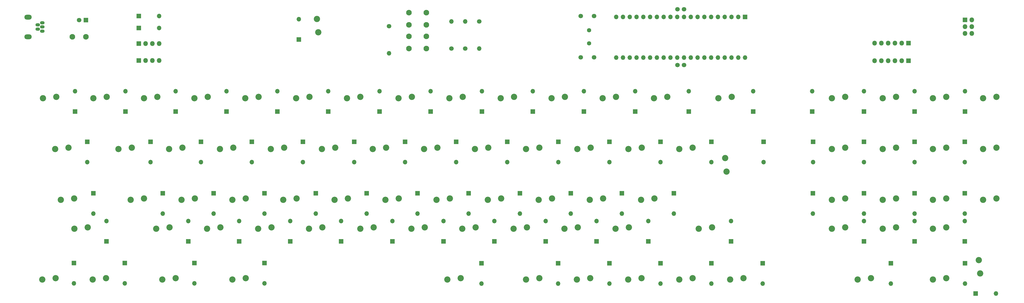
<source format=gbs>
%TF.GenerationSoftware,KiCad,Pcbnew,(5.1.6)-1*%
%TF.CreationDate,2020-05-26T23:46:38+02:00*%
%TF.ProjectId,m0116_usb,6d303131-365f-4757-9362-2e6b69636164,rev?*%
%TF.SameCoordinates,Original*%
%TF.FileFunction,Soldermask,Bot*%
%TF.FilePolarity,Negative*%
%FSLAX46Y46*%
G04 Gerber Fmt 4.6, Leading zero omitted, Abs format (unit mm)*
G04 Created by KiCad (PCBNEW (5.1.6)-1) date 2020-05-26 23:46:38*
%MOMM*%
%LPD*%
G01*
G04 APERTURE LIST*
%ADD10O,1.800000X1.800000*%
%ADD11R,1.800000X1.800000*%
%ADD12C,2.350000*%
%ADD13C,1.700000*%
%ADD14R,1.700000X1.700000*%
%ADD15O,1.700000X1.700000*%
%ADD16C,1.600000*%
%ADD17C,2.100000*%
%ADD18O,1.750000X1.200000*%
%ADD19O,2.800000X1.800000*%
G04 APERTURE END LIST*
D10*
%TO.C,J6*%
X343408000Y-92964000D03*
X345948000Y-92964000D03*
X348488000Y-92964000D03*
X351028000Y-92964000D03*
X353568000Y-92964000D03*
D11*
X356108000Y-92964000D03*
%TD*%
D10*
%TO.C,J5*%
X343408000Y-86360000D03*
X345948000Y-86360000D03*
X348488000Y-86360000D03*
X351028000Y-86360000D03*
X353568000Y-86360000D03*
D11*
X356108000Y-86360000D03*
%TD*%
D10*
%TO.C,J1*%
X379857000Y-82677000D03*
X377317000Y-82677000D03*
X379857000Y-80137000D03*
X377317000Y-80137000D03*
X379857000Y-77597000D03*
D11*
X377317000Y-77597000D03*
%TD*%
D12*
%TO.C,MX14*%
X289901000Y-106489000D03*
X284901000Y-106989000D03*
%TD*%
D13*
%TO.C,C1*%
X233379000Y-76200000D03*
X238379000Y-76200000D03*
%TD*%
D12*
%TO.C,MX1*%
X36917000Y-106489000D03*
X31917000Y-106989000D03*
%TD*%
D14*
%TO.C,D3*%
X43942000Y-112014000D03*
D15*
X43942000Y-104394000D03*
%TD*%
D10*
%TO.C,J4*%
X75438000Y-86487000D03*
X72898000Y-86487000D03*
X70358000Y-86487000D03*
D11*
X67818000Y-86487000D03*
%TD*%
D13*
%TO.C,R3*%
X190119000Y-88392000D03*
D15*
X190119000Y-78232000D03*
%TD*%
D10*
%TO.C,J3*%
X75438000Y-92837000D03*
X72898000Y-92837000D03*
X70358000Y-92837000D03*
D11*
X67818000Y-92837000D03*
%TD*%
D15*
%TO.C,D1*%
X75438000Y-80645000D03*
D14*
X67818000Y-80645000D03*
%TD*%
D15*
%TO.C,D2*%
X75438000Y-76136500D03*
D14*
X67818000Y-76136500D03*
%TD*%
D12*
%TO.C,MX62*%
X227243000Y-155893000D03*
X232243000Y-155393000D03*
%TD*%
%TO.C,MX64*%
X277535000Y-155893000D03*
X282535000Y-155393000D03*
%TD*%
D15*
%TO.C,D18*%
X339471000Y-104394000D03*
D14*
X339471000Y-112014000D03*
%TD*%
D12*
%TO.C,MX3*%
X74763000Y-106489000D03*
X69763000Y-106989000D03*
%TD*%
%TO.C,MX81*%
X135065000Y-82256000D03*
X134565000Y-77256000D03*
%TD*%
%TO.C,MX80*%
X382969000Y-172680000D03*
X382469000Y-167680000D03*
%TD*%
%TO.C,MX79*%
X365292000Y-174943000D03*
X370292000Y-174443000D03*
%TD*%
%TO.C,MX78*%
X337098000Y-174943000D03*
X342098000Y-174443000D03*
%TD*%
%TO.C,MX77*%
X289346000Y-174943000D03*
X294346000Y-174443000D03*
%TD*%
%TO.C,MX76*%
X270296000Y-174943000D03*
X275296000Y-174443000D03*
%TD*%
%TO.C,MX75*%
X251119000Y-174943000D03*
X256119000Y-174443000D03*
%TD*%
%TO.C,MX74*%
X231942000Y-174943000D03*
X236942000Y-174443000D03*
%TD*%
%TO.C,MX73*%
X212892000Y-174943000D03*
X217892000Y-174443000D03*
%TD*%
%TO.C,MX72*%
X183428000Y-174943000D03*
X188428000Y-174443000D03*
%TD*%
%TO.C,MX71*%
X102910000Y-174943000D03*
X107910000Y-174443000D03*
%TD*%
%TO.C,MX70*%
X76621000Y-174943000D03*
X81621000Y-174443000D03*
%TD*%
%TO.C,MX69*%
X50586000Y-174943000D03*
X55586000Y-174443000D03*
%TD*%
%TO.C,MX68*%
X31663000Y-174943000D03*
X36663000Y-174443000D03*
%TD*%
%TO.C,MX67*%
X365292000Y-155893000D03*
X370292000Y-155393000D03*
%TD*%
%TO.C,MX66*%
X346496000Y-155893000D03*
X351496000Y-155393000D03*
%TD*%
%TO.C,MX65*%
X327446000Y-155893000D03*
X332446000Y-155393000D03*
%TD*%
%TO.C,MX63*%
X246420000Y-155893000D03*
X251420000Y-155393000D03*
%TD*%
%TO.C,MX61*%
X208193000Y-155893000D03*
X213193000Y-155393000D03*
%TD*%
%TO.C,MX60*%
X189016000Y-155893000D03*
X194016000Y-155393000D03*
%TD*%
%TO.C,MX59*%
X169966000Y-155893000D03*
X174966000Y-155393000D03*
%TD*%
%TO.C,MX58*%
X150789000Y-155893000D03*
X155789000Y-155393000D03*
%TD*%
%TO.C,MX57*%
X131612000Y-155893000D03*
X136612000Y-155393000D03*
%TD*%
%TO.C,MX56*%
X112562000Y-155893000D03*
X117562000Y-155393000D03*
%TD*%
%TO.C,MX55*%
X93385000Y-155893000D03*
X98385000Y-155393000D03*
%TD*%
%TO.C,MX54*%
X74335000Y-155893000D03*
X79335000Y-155393000D03*
%TD*%
%TO.C,MX53*%
X43728000Y-155893000D03*
X48728000Y-155393000D03*
%TD*%
%TO.C,MX52*%
X389088000Y-144589000D03*
X384088000Y-145089000D03*
%TD*%
%TO.C,MX51*%
X370292000Y-144589000D03*
X365292000Y-145089000D03*
%TD*%
%TO.C,MX50*%
X351496000Y-144589000D03*
X346496000Y-145089000D03*
%TD*%
%TO.C,MX49*%
X332446000Y-144589000D03*
X327446000Y-145089000D03*
%TD*%
%TO.C,MX48*%
X260945000Y-144589000D03*
X255945000Y-145089000D03*
%TD*%
%TO.C,MX47*%
X241768000Y-144589000D03*
X236768000Y-145089000D03*
%TD*%
%TO.C,MX46*%
X222591000Y-144589000D03*
X217591000Y-145089000D03*
%TD*%
%TO.C,MX45*%
X203541000Y-144589000D03*
X198541000Y-145089000D03*
%TD*%
%TO.C,MX44*%
X184364000Y-144589000D03*
X179364000Y-145089000D03*
%TD*%
%TO.C,MX43*%
X165187000Y-144589000D03*
X160187000Y-145089000D03*
%TD*%
%TO.C,MX42*%
X146137000Y-144589000D03*
X141137000Y-145089000D03*
%TD*%
%TO.C,MX41*%
X126960000Y-144589000D03*
X121960000Y-145089000D03*
%TD*%
%TO.C,MX40*%
X107910000Y-144589000D03*
X102910000Y-145089000D03*
%TD*%
%TO.C,MX39*%
X88860000Y-144589000D03*
X83860000Y-145089000D03*
%TD*%
%TO.C,MX38*%
X69810000Y-144589000D03*
X64810000Y-145089000D03*
%TD*%
%TO.C,MX37*%
X43648000Y-144589000D03*
X38648000Y-145089000D03*
%TD*%
%TO.C,MX36*%
X389088000Y-125539000D03*
X384088000Y-126039000D03*
%TD*%
%TO.C,MX35*%
X370292000Y-125539000D03*
X365292000Y-126039000D03*
%TD*%
%TO.C,MX34*%
X351496000Y-125539000D03*
X346496000Y-126039000D03*
%TD*%
%TO.C,MX33*%
X332446000Y-125539000D03*
X327446000Y-126039000D03*
%TD*%
%TO.C,MX32*%
X287973000Y-134453000D03*
X287473000Y-129453000D03*
%TD*%
%TO.C,MX31*%
X275296000Y-125539000D03*
X270296000Y-126039000D03*
%TD*%
%TO.C,MX30*%
X256246000Y-125539000D03*
X251246000Y-126039000D03*
%TD*%
%TO.C,MX29*%
X237069000Y-125539000D03*
X232069000Y-126039000D03*
%TD*%
%TO.C,MX28*%
X217892000Y-125539000D03*
X212892000Y-126039000D03*
%TD*%
%TO.C,MX27*%
X198715000Y-125539000D03*
X193715000Y-126039000D03*
%TD*%
%TO.C,MX26*%
X179665000Y-125539000D03*
X174665000Y-126039000D03*
%TD*%
%TO.C,MX25*%
X160488000Y-125539000D03*
X155488000Y-126039000D03*
%TD*%
%TO.C,MX24*%
X141438000Y-125539000D03*
X136438000Y-126039000D03*
%TD*%
%TO.C,MX23*%
X122261000Y-125539000D03*
X117261000Y-126039000D03*
%TD*%
%TO.C,MX22*%
X103211000Y-125539000D03*
X98211000Y-126039000D03*
%TD*%
%TO.C,MX21*%
X84161000Y-125539000D03*
X79161000Y-126039000D03*
%TD*%
%TO.C,MX20*%
X65238000Y-125539000D03*
X60238000Y-126039000D03*
%TD*%
%TO.C,MX19*%
X41489000Y-125539000D03*
X36489000Y-126039000D03*
%TD*%
%TO.C,MX18*%
X389088000Y-106489000D03*
X384088000Y-106989000D03*
%TD*%
%TO.C,MX17*%
X370292000Y-106489000D03*
X365292000Y-106989000D03*
%TD*%
%TO.C,MX16*%
X351496000Y-106489000D03*
X346496000Y-106989000D03*
%TD*%
%TO.C,MX15*%
X332446000Y-106489000D03*
X327446000Y-106989000D03*
%TD*%
%TO.C,MX13*%
X265771000Y-106489000D03*
X260771000Y-106989000D03*
%TD*%
%TO.C,MX12*%
X246594000Y-106489000D03*
X241594000Y-106989000D03*
%TD*%
%TO.C,MX11*%
X227417000Y-106489000D03*
X222417000Y-106989000D03*
%TD*%
%TO.C,MX10*%
X208367000Y-106489000D03*
X203367000Y-106989000D03*
%TD*%
%TO.C,MX9*%
X189190000Y-106489000D03*
X184190000Y-106989000D03*
%TD*%
%TO.C,MX8*%
X170140000Y-106489000D03*
X165140000Y-106989000D03*
%TD*%
%TO.C,MX7*%
X150836000Y-106489000D03*
X145836000Y-106989000D03*
%TD*%
%TO.C,MX6*%
X131786000Y-106489000D03*
X126786000Y-106989000D03*
%TD*%
%TO.C,MX5*%
X112736000Y-106489000D03*
X107736000Y-106989000D03*
%TD*%
%TO.C,MX4*%
X93686000Y-106489000D03*
X88686000Y-106989000D03*
%TD*%
%TO.C,MX2*%
X55840000Y-106489000D03*
X50840000Y-106989000D03*
%TD*%
D16*
%TO.C,Y1*%
X236474000Y-86375900D03*
X236474000Y-81495900D03*
%TD*%
D15*
%TO.C,U1*%
X294944800Y-91744800D03*
X246684800Y-76504800D03*
X292404800Y-91744800D03*
X249224800Y-76504800D03*
X289864800Y-91744800D03*
X251764800Y-76504800D03*
X287324800Y-91744800D03*
X254304800Y-76504800D03*
X284784800Y-91744800D03*
X256844800Y-76504800D03*
X282244800Y-91744800D03*
X259384800Y-76504800D03*
X279704800Y-91744800D03*
X261924800Y-76504800D03*
X277164800Y-91744800D03*
X264464800Y-76504800D03*
X274624800Y-91744800D03*
X267004800Y-76504800D03*
X272084800Y-91744800D03*
X269544800Y-76504800D03*
X269544800Y-91744800D03*
X272084800Y-76504800D03*
X267004800Y-91744800D03*
X274624800Y-76504800D03*
X264464800Y-91744800D03*
X277164800Y-76504800D03*
X261924800Y-91744800D03*
X279704800Y-76504800D03*
X259384800Y-91744800D03*
X282244800Y-76504800D03*
X256844800Y-91744800D03*
X284784800Y-76504800D03*
X254304800Y-91744800D03*
X287324800Y-76504800D03*
X251764800Y-91744800D03*
X289864800Y-76504800D03*
X249224800Y-91744800D03*
X292404800Y-76504800D03*
X246684800Y-91744800D03*
D14*
X294944800Y-76504800D03*
%TD*%
D17*
%TO.C,Reset1*%
X175537000Y-83820000D03*
X175537000Y-88320000D03*
X169037000Y-83820000D03*
X169037000Y-88320000D03*
%TD*%
D15*
%TO.C,R5*%
X195326000Y-88392000D03*
D13*
X195326000Y-78232000D03*
%TD*%
%TO.C,R2*%
X184912000Y-88392000D03*
D15*
X184912000Y-78232000D03*
%TD*%
%TO.C,R1*%
X161544000Y-90170000D03*
D13*
X161544000Y-80010000D03*
%TD*%
D18*
%TO.C,J2*%
X31688000Y-78664000D03*
X29988000Y-79464000D03*
X31688000Y-80264000D03*
X29988000Y-81064000D03*
X31688000Y-81864000D03*
D19*
X26388000Y-76614000D03*
X26388000Y-83914000D03*
%TD*%
D17*
%TO.C,F1*%
X42926000Y-83937000D03*
X48006000Y-83947000D03*
%TD*%
D15*
%TO.C,D84*%
X127762000Y-77343000D03*
D14*
X127762000Y-84963000D03*
%TD*%
D15*
%TO.C,D83*%
X388874000Y-180213000D03*
D14*
X381254000Y-180213000D03*
%TD*%
D15*
%TO.C,D81*%
X377317000Y-176530000D03*
D14*
X377317000Y-168910000D03*
%TD*%
D15*
%TO.C,D80*%
X349504000Y-176530000D03*
D14*
X349504000Y-168910000D03*
%TD*%
D15*
%TO.C,D79*%
X301498000Y-176530000D03*
D14*
X301498000Y-168910000D03*
%TD*%
D15*
%TO.C,D78*%
X282321000Y-176530000D03*
D14*
X282321000Y-168910000D03*
%TD*%
D15*
%TO.C,D77*%
X263271000Y-176530000D03*
D14*
X263271000Y-168910000D03*
%TD*%
D15*
%TO.C,D76*%
X244094000Y-176530000D03*
D14*
X244094000Y-168910000D03*
%TD*%
D15*
%TO.C,D75*%
X224917000Y-176530000D03*
D14*
X224917000Y-168910000D03*
%TD*%
D15*
%TO.C,D74*%
X196215000Y-176530000D03*
D14*
X196215000Y-168910000D03*
%TD*%
D15*
%TO.C,D73*%
X114935000Y-176403000D03*
D14*
X114935000Y-168783000D03*
%TD*%
D15*
%TO.C,D72*%
X88646000Y-176403000D03*
D14*
X88646000Y-168783000D03*
%TD*%
D15*
%TO.C,D71*%
X62611000Y-176403000D03*
D14*
X62611000Y-168783000D03*
%TD*%
D15*
%TO.C,D70*%
X43561000Y-176403000D03*
D14*
X43561000Y-168783000D03*
%TD*%
D15*
%TO.C,D69*%
X377190000Y-153035000D03*
D14*
X377190000Y-160655000D03*
%TD*%
D15*
%TO.C,D68*%
X358394000Y-153035000D03*
D14*
X358394000Y-160655000D03*
%TD*%
D15*
%TO.C,D67*%
X339471000Y-153035000D03*
D14*
X339471000Y-160655000D03*
%TD*%
D15*
%TO.C,D66*%
X289687000Y-153035000D03*
D14*
X289687000Y-160655000D03*
%TD*%
D15*
%TO.C,D65*%
X258699000Y-153035000D03*
D14*
X258699000Y-160655000D03*
%TD*%
D15*
%TO.C,D64*%
X239268000Y-153035000D03*
D14*
X239268000Y-160655000D03*
%TD*%
D15*
%TO.C,D63*%
X220218000Y-153035000D03*
D14*
X220218000Y-160655000D03*
%TD*%
D15*
%TO.C,D62*%
X201041000Y-153035000D03*
D14*
X201041000Y-160655000D03*
%TD*%
D15*
%TO.C,D61*%
X181991000Y-153035000D03*
D14*
X181991000Y-160655000D03*
%TD*%
D15*
%TO.C,D60*%
X162814000Y-153035000D03*
D14*
X162814000Y-160655000D03*
%TD*%
D15*
%TO.C,D59*%
X143637000Y-153035000D03*
D14*
X143637000Y-160655000D03*
%TD*%
D15*
%TO.C,D58*%
X124587000Y-153035000D03*
D14*
X124587000Y-160655000D03*
%TD*%
D15*
%TO.C,D57*%
X105410000Y-153035000D03*
D14*
X105410000Y-160655000D03*
%TD*%
D15*
%TO.C,D56*%
X86360000Y-153035000D03*
D14*
X86360000Y-160655000D03*
%TD*%
D15*
%TO.C,D55*%
X55753000Y-153035000D03*
D14*
X55753000Y-160655000D03*
%TD*%
D15*
%TO.C,D54*%
X377190000Y-150241000D03*
D14*
X377190000Y-142621000D03*
%TD*%
D15*
%TO.C,D53*%
X358394000Y-150241000D03*
D14*
X358394000Y-142621000D03*
%TD*%
D15*
%TO.C,D52*%
X339471000Y-150241000D03*
D14*
X339471000Y-142621000D03*
%TD*%
D15*
%TO.C,D51*%
X320294000Y-150241000D03*
D14*
X320294000Y-142621000D03*
%TD*%
D15*
%TO.C,D50*%
X268224000Y-150241000D03*
D14*
X268224000Y-142621000D03*
%TD*%
D15*
%TO.C,D49*%
X248793000Y-150241000D03*
D14*
X248793000Y-142621000D03*
%TD*%
D15*
%TO.C,D48*%
X229616000Y-150241000D03*
D14*
X229616000Y-142621000D03*
%TD*%
D15*
%TO.C,D47*%
X210566000Y-150241000D03*
D14*
X210566000Y-142621000D03*
%TD*%
D15*
%TO.C,D46*%
X191389000Y-150241000D03*
D14*
X191389000Y-142621000D03*
%TD*%
D15*
%TO.C,D45*%
X172212000Y-150241000D03*
D14*
X172212000Y-142621000D03*
%TD*%
D15*
%TO.C,D44*%
X153162000Y-150241000D03*
D14*
X153162000Y-142621000D03*
%TD*%
D15*
%TO.C,D43*%
X134112000Y-150241000D03*
D14*
X134112000Y-142621000D03*
%TD*%
D15*
%TO.C,D42*%
X114935000Y-150241000D03*
D14*
X114935000Y-142621000D03*
%TD*%
D15*
%TO.C,D41*%
X95885000Y-150241000D03*
D14*
X95885000Y-142621000D03*
%TD*%
D15*
%TO.C,D40*%
X76835000Y-150241000D03*
D14*
X76835000Y-142621000D03*
%TD*%
D15*
%TO.C,D39*%
X50800000Y-150241000D03*
D14*
X50800000Y-142621000D03*
%TD*%
D15*
%TO.C,D38*%
X377190000Y-130937000D03*
D14*
X377190000Y-123317000D03*
%TD*%
D15*
%TO.C,D37*%
X358394000Y-130937000D03*
D14*
X358394000Y-123317000D03*
%TD*%
D15*
%TO.C,D36*%
X339471000Y-130937000D03*
D14*
X339471000Y-123317000D03*
%TD*%
D15*
%TO.C,D35*%
X320421000Y-130937000D03*
D14*
X320421000Y-123317000D03*
%TD*%
D15*
%TO.C,D34*%
X301879000Y-130937000D03*
D14*
X301879000Y-123317000D03*
%TD*%
D15*
%TO.C,D33*%
X282321000Y-130937000D03*
D14*
X282321000Y-123317000D03*
%TD*%
D15*
%TO.C,D32*%
X263271000Y-130937000D03*
D14*
X263271000Y-123317000D03*
%TD*%
D15*
%TO.C,D31*%
X244144800Y-130937000D03*
D14*
X244144800Y-123317000D03*
%TD*%
D15*
%TO.C,D30*%
X224942400Y-130937000D03*
D14*
X224942400Y-123317000D03*
%TD*%
D15*
%TO.C,D29*%
X205841600Y-130937000D03*
D14*
X205841600Y-123317000D03*
%TD*%
D15*
%TO.C,D28*%
X186740800Y-130937000D03*
D14*
X186740800Y-123317000D03*
%TD*%
D15*
%TO.C,D27*%
X167589200Y-130937000D03*
D14*
X167589200Y-123317000D03*
%TD*%
D15*
%TO.C,D26*%
X148488400Y-130937000D03*
D14*
X148488400Y-123317000D03*
%TD*%
D15*
%TO.C,D25*%
X129336800Y-130937000D03*
D14*
X129336800Y-123317000D03*
%TD*%
D15*
%TO.C,D24*%
X110185200Y-130937000D03*
D14*
X110185200Y-123317000D03*
%TD*%
D15*
%TO.C,D23*%
X91135200Y-130937000D03*
D14*
X91135200Y-123317000D03*
%TD*%
%TO.C,D22*%
X72237600Y-123317000D03*
D15*
X72237600Y-130937000D03*
%TD*%
%TO.C,D21*%
X48514000Y-130937000D03*
D14*
X48514000Y-123317000D03*
%TD*%
D15*
%TO.C,D20*%
X377317000Y-104394000D03*
D14*
X377317000Y-112014000D03*
%TD*%
D15*
%TO.C,D19*%
X358394000Y-104394000D03*
D14*
X358394000Y-112014000D03*
%TD*%
D15*
%TO.C,D17*%
X320040000Y-104394000D03*
D14*
X320040000Y-112014000D03*
%TD*%
D15*
%TO.C,D16*%
X297942000Y-104394000D03*
D14*
X297942000Y-112014000D03*
%TD*%
D15*
%TO.C,D15*%
X273812000Y-104394000D03*
D14*
X273812000Y-112014000D03*
%TD*%
D15*
%TO.C,D14*%
X253746000Y-104394000D03*
D14*
X253746000Y-112014000D03*
%TD*%
D15*
%TO.C,D13*%
X234569000Y-104394000D03*
D14*
X234569000Y-112014000D03*
%TD*%
D15*
%TO.C,D12*%
X215392000Y-104394000D03*
D14*
X215392000Y-112014000D03*
%TD*%
D15*
%TO.C,D11*%
X196342000Y-104394000D03*
D14*
X196342000Y-112014000D03*
%TD*%
D15*
%TO.C,D10*%
X177165000Y-104394000D03*
D14*
X177165000Y-112014000D03*
%TD*%
D15*
%TO.C,D9*%
X157988000Y-104394000D03*
D14*
X157988000Y-112014000D03*
%TD*%
D15*
%TO.C,D8*%
X138811000Y-104394000D03*
D14*
X138811000Y-112014000D03*
%TD*%
D15*
%TO.C,D7*%
X119761000Y-104394000D03*
D14*
X119761000Y-112014000D03*
%TD*%
D15*
%TO.C,D6*%
X100711000Y-104394000D03*
D14*
X100711000Y-112014000D03*
%TD*%
D15*
%TO.C,D5*%
X81661000Y-104394000D03*
D14*
X81661000Y-112014000D03*
%TD*%
D15*
%TO.C,D4*%
X62865000Y-104394000D03*
D14*
X62865000Y-112014000D03*
%TD*%
D13*
%TO.C,C5*%
X269584800Y-73660000D03*
X272084800Y-73660000D03*
%TD*%
%TO.C,C4*%
X272095600Y-94538800D03*
X269595600Y-94538800D03*
%TD*%
%TO.C,C3*%
X45506000Y-77724000D03*
D14*
X48006000Y-77724000D03*
%TD*%
D13*
%TO.C,C2*%
X233379000Y-91694000D03*
X238379000Y-91694000D03*
%TD*%
D17*
%TO.C,Boot1*%
X175537000Y-74930000D03*
X175537000Y-79430000D03*
X169037000Y-74930000D03*
X169037000Y-79430000D03*
%TD*%
M02*

</source>
